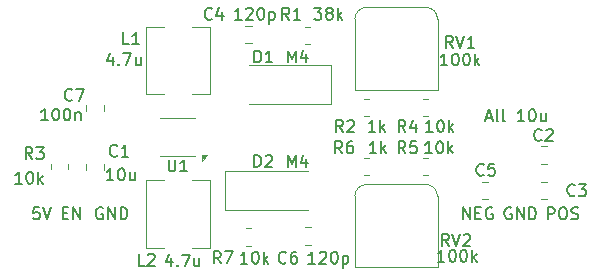
<source format=gto>
%TF.GenerationSoftware,KiCad,Pcbnew,8.0.4*%
%TF.CreationDate,2025-01-04T18:22:50+00:00*%
%TF.ProjectId,r1283_power,72313238-335f-4706-9f77-65722e6b6963,rev?*%
%TF.SameCoordinates,Original*%
%TF.FileFunction,Legend,Top*%
%TF.FilePolarity,Positive*%
%FSLAX46Y46*%
G04 Gerber Fmt 4.6, Leading zero omitted, Abs format (unit mm)*
G04 Created by KiCad (PCBNEW 8.0.4) date 2025-01-04 18:22:50*
%MOMM*%
%LPD*%
G01*
G04 APERTURE LIST*
%ADD10C,0.200000*%
%ADD11C,0.150000*%
%ADD12C,0.120000*%
%ADD13C,0.100000*%
G04 APERTURE END LIST*
D10*
X96338095Y-68452219D02*
X96338095Y-67452219D01*
X96338095Y-67452219D02*
X96719047Y-67452219D01*
X96719047Y-67452219D02*
X96814285Y-67499838D01*
X96814285Y-67499838D02*
X96861904Y-67547457D01*
X96861904Y-67547457D02*
X96909523Y-67642695D01*
X96909523Y-67642695D02*
X96909523Y-67785552D01*
X96909523Y-67785552D02*
X96861904Y-67880790D01*
X96861904Y-67880790D02*
X96814285Y-67928409D01*
X96814285Y-67928409D02*
X96719047Y-67976028D01*
X96719047Y-67976028D02*
X96338095Y-67976028D01*
X97528571Y-67452219D02*
X97719047Y-67452219D01*
X97719047Y-67452219D02*
X97814285Y-67499838D01*
X97814285Y-67499838D02*
X97909523Y-67595076D01*
X97909523Y-67595076D02*
X97957142Y-67785552D01*
X97957142Y-67785552D02*
X97957142Y-68118885D01*
X97957142Y-68118885D02*
X97909523Y-68309361D01*
X97909523Y-68309361D02*
X97814285Y-68404600D01*
X97814285Y-68404600D02*
X97719047Y-68452219D01*
X97719047Y-68452219D02*
X97528571Y-68452219D01*
X97528571Y-68452219D02*
X97433333Y-68404600D01*
X97433333Y-68404600D02*
X97338095Y-68309361D01*
X97338095Y-68309361D02*
X97290476Y-68118885D01*
X97290476Y-68118885D02*
X97290476Y-67785552D01*
X97290476Y-67785552D02*
X97338095Y-67595076D01*
X97338095Y-67595076D02*
X97433333Y-67499838D01*
X97433333Y-67499838D02*
X97528571Y-67452219D01*
X98338095Y-68404600D02*
X98480952Y-68452219D01*
X98480952Y-68452219D02*
X98719047Y-68452219D01*
X98719047Y-68452219D02*
X98814285Y-68404600D01*
X98814285Y-68404600D02*
X98861904Y-68356980D01*
X98861904Y-68356980D02*
X98909523Y-68261742D01*
X98909523Y-68261742D02*
X98909523Y-68166504D01*
X98909523Y-68166504D02*
X98861904Y-68071266D01*
X98861904Y-68071266D02*
X98814285Y-68023647D01*
X98814285Y-68023647D02*
X98719047Y-67976028D01*
X98719047Y-67976028D02*
X98528571Y-67928409D01*
X98528571Y-67928409D02*
X98433333Y-67880790D01*
X98433333Y-67880790D02*
X98385714Y-67833171D01*
X98385714Y-67833171D02*
X98338095Y-67737933D01*
X98338095Y-67737933D02*
X98338095Y-67642695D01*
X98338095Y-67642695D02*
X98385714Y-67547457D01*
X98385714Y-67547457D02*
X98433333Y-67499838D01*
X98433333Y-67499838D02*
X98528571Y-67452219D01*
X98528571Y-67452219D02*
X98766666Y-67452219D01*
X98766666Y-67452219D02*
X98909523Y-67499838D01*
X58638095Y-67499838D02*
X58542857Y-67452219D01*
X58542857Y-67452219D02*
X58400000Y-67452219D01*
X58400000Y-67452219D02*
X58257143Y-67499838D01*
X58257143Y-67499838D02*
X58161905Y-67595076D01*
X58161905Y-67595076D02*
X58114286Y-67690314D01*
X58114286Y-67690314D02*
X58066667Y-67880790D01*
X58066667Y-67880790D02*
X58066667Y-68023647D01*
X58066667Y-68023647D02*
X58114286Y-68214123D01*
X58114286Y-68214123D02*
X58161905Y-68309361D01*
X58161905Y-68309361D02*
X58257143Y-68404600D01*
X58257143Y-68404600D02*
X58400000Y-68452219D01*
X58400000Y-68452219D02*
X58495238Y-68452219D01*
X58495238Y-68452219D02*
X58638095Y-68404600D01*
X58638095Y-68404600D02*
X58685714Y-68356980D01*
X58685714Y-68356980D02*
X58685714Y-68023647D01*
X58685714Y-68023647D02*
X58495238Y-68023647D01*
X59114286Y-68452219D02*
X59114286Y-67452219D01*
X59114286Y-67452219D02*
X59685714Y-68452219D01*
X59685714Y-68452219D02*
X59685714Y-67452219D01*
X60161905Y-68452219D02*
X60161905Y-67452219D01*
X60161905Y-67452219D02*
X60400000Y-67452219D01*
X60400000Y-67452219D02*
X60542857Y-67499838D01*
X60542857Y-67499838D02*
X60638095Y-67595076D01*
X60638095Y-67595076D02*
X60685714Y-67690314D01*
X60685714Y-67690314D02*
X60733333Y-67880790D01*
X60733333Y-67880790D02*
X60733333Y-68023647D01*
X60733333Y-68023647D02*
X60685714Y-68214123D01*
X60685714Y-68214123D02*
X60638095Y-68309361D01*
X60638095Y-68309361D02*
X60542857Y-68404600D01*
X60542857Y-68404600D02*
X60400000Y-68452219D01*
X60400000Y-68452219D02*
X60161905Y-68452219D01*
X93238095Y-67499838D02*
X93142857Y-67452219D01*
X93142857Y-67452219D02*
X93000000Y-67452219D01*
X93000000Y-67452219D02*
X92857143Y-67499838D01*
X92857143Y-67499838D02*
X92761905Y-67595076D01*
X92761905Y-67595076D02*
X92714286Y-67690314D01*
X92714286Y-67690314D02*
X92666667Y-67880790D01*
X92666667Y-67880790D02*
X92666667Y-68023647D01*
X92666667Y-68023647D02*
X92714286Y-68214123D01*
X92714286Y-68214123D02*
X92761905Y-68309361D01*
X92761905Y-68309361D02*
X92857143Y-68404600D01*
X92857143Y-68404600D02*
X93000000Y-68452219D01*
X93000000Y-68452219D02*
X93095238Y-68452219D01*
X93095238Y-68452219D02*
X93238095Y-68404600D01*
X93238095Y-68404600D02*
X93285714Y-68356980D01*
X93285714Y-68356980D02*
X93285714Y-68023647D01*
X93285714Y-68023647D02*
X93095238Y-68023647D01*
X93714286Y-68452219D02*
X93714286Y-67452219D01*
X93714286Y-67452219D02*
X94285714Y-68452219D01*
X94285714Y-68452219D02*
X94285714Y-67452219D01*
X94761905Y-68452219D02*
X94761905Y-67452219D01*
X94761905Y-67452219D02*
X95000000Y-67452219D01*
X95000000Y-67452219D02*
X95142857Y-67499838D01*
X95142857Y-67499838D02*
X95238095Y-67595076D01*
X95238095Y-67595076D02*
X95285714Y-67690314D01*
X95285714Y-67690314D02*
X95333333Y-67880790D01*
X95333333Y-67880790D02*
X95333333Y-68023647D01*
X95333333Y-68023647D02*
X95285714Y-68214123D01*
X95285714Y-68214123D02*
X95238095Y-68309361D01*
X95238095Y-68309361D02*
X95142857Y-68404600D01*
X95142857Y-68404600D02*
X95000000Y-68452219D01*
X95000000Y-68452219D02*
X94761905Y-68452219D01*
D11*
X91109160Y-59854104D02*
X91585350Y-59854104D01*
X91013922Y-60139819D02*
X91347255Y-59139819D01*
X91347255Y-59139819D02*
X91680588Y-60139819D01*
X92156779Y-60139819D02*
X92061541Y-60092200D01*
X92061541Y-60092200D02*
X92013922Y-59996961D01*
X92013922Y-59996961D02*
X92013922Y-59139819D01*
X92680589Y-60139819D02*
X92585351Y-60092200D01*
X92585351Y-60092200D02*
X92537732Y-59996961D01*
X92537732Y-59996961D02*
X92537732Y-59139819D01*
X94347256Y-60139819D02*
X93775828Y-60139819D01*
X94061542Y-60139819D02*
X94061542Y-59139819D01*
X94061542Y-59139819D02*
X93966304Y-59282676D01*
X93966304Y-59282676D02*
X93871066Y-59377914D01*
X93871066Y-59377914D02*
X93775828Y-59425533D01*
X94966304Y-59139819D02*
X95061542Y-59139819D01*
X95061542Y-59139819D02*
X95156780Y-59187438D01*
X95156780Y-59187438D02*
X95204399Y-59235057D01*
X95204399Y-59235057D02*
X95252018Y-59330295D01*
X95252018Y-59330295D02*
X95299637Y-59520771D01*
X95299637Y-59520771D02*
X95299637Y-59758866D01*
X95299637Y-59758866D02*
X95252018Y-59949342D01*
X95252018Y-59949342D02*
X95204399Y-60044580D01*
X95204399Y-60044580D02*
X95156780Y-60092200D01*
X95156780Y-60092200D02*
X95061542Y-60139819D01*
X95061542Y-60139819D02*
X94966304Y-60139819D01*
X94966304Y-60139819D02*
X94871066Y-60092200D01*
X94871066Y-60092200D02*
X94823447Y-60044580D01*
X94823447Y-60044580D02*
X94775828Y-59949342D01*
X94775828Y-59949342D02*
X94728209Y-59758866D01*
X94728209Y-59758866D02*
X94728209Y-59520771D01*
X94728209Y-59520771D02*
X94775828Y-59330295D01*
X94775828Y-59330295D02*
X94823447Y-59235057D01*
X94823447Y-59235057D02*
X94871066Y-59187438D01*
X94871066Y-59187438D02*
X94966304Y-59139819D01*
X96156780Y-59473152D02*
X96156780Y-60139819D01*
X95728209Y-59473152D02*
X95728209Y-59996961D01*
X95728209Y-59996961D02*
X95775828Y-60092200D01*
X95775828Y-60092200D02*
X95871066Y-60139819D01*
X95871066Y-60139819D02*
X96013923Y-60139819D01*
X96013923Y-60139819D02*
X96109161Y-60092200D01*
X96109161Y-60092200D02*
X96156780Y-60044580D01*
D10*
X53269523Y-67452219D02*
X52793333Y-67452219D01*
X52793333Y-67452219D02*
X52745714Y-67928409D01*
X52745714Y-67928409D02*
X52793333Y-67880790D01*
X52793333Y-67880790D02*
X52888571Y-67833171D01*
X52888571Y-67833171D02*
X53126666Y-67833171D01*
X53126666Y-67833171D02*
X53221904Y-67880790D01*
X53221904Y-67880790D02*
X53269523Y-67928409D01*
X53269523Y-67928409D02*
X53317142Y-68023647D01*
X53317142Y-68023647D02*
X53317142Y-68261742D01*
X53317142Y-68261742D02*
X53269523Y-68356980D01*
X53269523Y-68356980D02*
X53221904Y-68404600D01*
X53221904Y-68404600D02*
X53126666Y-68452219D01*
X53126666Y-68452219D02*
X52888571Y-68452219D01*
X52888571Y-68452219D02*
X52793333Y-68404600D01*
X52793333Y-68404600D02*
X52745714Y-68356980D01*
X53602857Y-67452219D02*
X53936190Y-68452219D01*
X53936190Y-68452219D02*
X54269523Y-67452219D01*
X55261905Y-67928409D02*
X55595238Y-67928409D01*
X55738095Y-68452219D02*
X55261905Y-68452219D01*
X55261905Y-68452219D02*
X55261905Y-67452219D01*
X55261905Y-67452219D02*
X55738095Y-67452219D01*
X56166667Y-68452219D02*
X56166667Y-67452219D01*
X56166667Y-67452219D02*
X56738095Y-68452219D01*
X56738095Y-68452219D02*
X56738095Y-67452219D01*
X89161905Y-68452219D02*
X89161905Y-67452219D01*
X89161905Y-67452219D02*
X89733333Y-68452219D01*
X89733333Y-68452219D02*
X89733333Y-67452219D01*
X90209524Y-67928409D02*
X90542857Y-67928409D01*
X90685714Y-68452219D02*
X90209524Y-68452219D01*
X90209524Y-68452219D02*
X90209524Y-67452219D01*
X90209524Y-67452219D02*
X90685714Y-67452219D01*
X91638095Y-67499838D02*
X91542857Y-67452219D01*
X91542857Y-67452219D02*
X91400000Y-67452219D01*
X91400000Y-67452219D02*
X91257143Y-67499838D01*
X91257143Y-67499838D02*
X91161905Y-67595076D01*
X91161905Y-67595076D02*
X91114286Y-67690314D01*
X91114286Y-67690314D02*
X91066667Y-67880790D01*
X91066667Y-67880790D02*
X91066667Y-68023647D01*
X91066667Y-68023647D02*
X91114286Y-68214123D01*
X91114286Y-68214123D02*
X91161905Y-68309361D01*
X91161905Y-68309361D02*
X91257143Y-68404600D01*
X91257143Y-68404600D02*
X91400000Y-68452219D01*
X91400000Y-68452219D02*
X91495238Y-68452219D01*
X91495238Y-68452219D02*
X91638095Y-68404600D01*
X91638095Y-68404600D02*
X91685714Y-68356980D01*
X91685714Y-68356980D02*
X91685714Y-68023647D01*
X91685714Y-68023647D02*
X91495238Y-68023647D01*
D11*
X64238095Y-63404819D02*
X64238095Y-64214342D01*
X64238095Y-64214342D02*
X64285714Y-64309580D01*
X64285714Y-64309580D02*
X64333333Y-64357200D01*
X64333333Y-64357200D02*
X64428571Y-64404819D01*
X64428571Y-64404819D02*
X64619047Y-64404819D01*
X64619047Y-64404819D02*
X64714285Y-64357200D01*
X64714285Y-64357200D02*
X64761904Y-64309580D01*
X64761904Y-64309580D02*
X64809523Y-64214342D01*
X64809523Y-64214342D02*
X64809523Y-63404819D01*
X65809523Y-64404819D02*
X65238095Y-64404819D01*
X65523809Y-64404819D02*
X65523809Y-63404819D01*
X65523809Y-63404819D02*
X65428571Y-63547676D01*
X65428571Y-63547676D02*
X65333333Y-63642914D01*
X65333333Y-63642914D02*
X65238095Y-63690533D01*
X71501905Y-55164819D02*
X71501905Y-54164819D01*
X71501905Y-54164819D02*
X71740000Y-54164819D01*
X71740000Y-54164819D02*
X71882857Y-54212438D01*
X71882857Y-54212438D02*
X71978095Y-54307676D01*
X71978095Y-54307676D02*
X72025714Y-54402914D01*
X72025714Y-54402914D02*
X72073333Y-54593390D01*
X72073333Y-54593390D02*
X72073333Y-54736247D01*
X72073333Y-54736247D02*
X72025714Y-54926723D01*
X72025714Y-54926723D02*
X71978095Y-55021961D01*
X71978095Y-55021961D02*
X71882857Y-55117200D01*
X71882857Y-55117200D02*
X71740000Y-55164819D01*
X71740000Y-55164819D02*
X71501905Y-55164819D01*
X73025714Y-55164819D02*
X72454286Y-55164819D01*
X72740000Y-55164819D02*
X72740000Y-54164819D01*
X72740000Y-54164819D02*
X72644762Y-54307676D01*
X72644762Y-54307676D02*
X72549524Y-54402914D01*
X72549524Y-54402914D02*
X72454286Y-54450533D01*
X74310476Y-55164819D02*
X74310476Y-54164819D01*
X74310476Y-54164819D02*
X74643809Y-54879104D01*
X74643809Y-54879104D02*
X74977142Y-54164819D01*
X74977142Y-54164819D02*
X74977142Y-55164819D01*
X75881904Y-54498152D02*
X75881904Y-55164819D01*
X75643809Y-54117200D02*
X75405714Y-54831485D01*
X75405714Y-54831485D02*
X76024761Y-54831485D01*
X84283333Y-62854819D02*
X83950000Y-62378628D01*
X83711905Y-62854819D02*
X83711905Y-61854819D01*
X83711905Y-61854819D02*
X84092857Y-61854819D01*
X84092857Y-61854819D02*
X84188095Y-61902438D01*
X84188095Y-61902438D02*
X84235714Y-61950057D01*
X84235714Y-61950057D02*
X84283333Y-62045295D01*
X84283333Y-62045295D02*
X84283333Y-62188152D01*
X84283333Y-62188152D02*
X84235714Y-62283390D01*
X84235714Y-62283390D02*
X84188095Y-62331009D01*
X84188095Y-62331009D02*
X84092857Y-62378628D01*
X84092857Y-62378628D02*
X83711905Y-62378628D01*
X85188095Y-61854819D02*
X84711905Y-61854819D01*
X84711905Y-61854819D02*
X84664286Y-62331009D01*
X84664286Y-62331009D02*
X84711905Y-62283390D01*
X84711905Y-62283390D02*
X84807143Y-62235771D01*
X84807143Y-62235771D02*
X85045238Y-62235771D01*
X85045238Y-62235771D02*
X85140476Y-62283390D01*
X85140476Y-62283390D02*
X85188095Y-62331009D01*
X85188095Y-62331009D02*
X85235714Y-62426247D01*
X85235714Y-62426247D02*
X85235714Y-62664342D01*
X85235714Y-62664342D02*
X85188095Y-62759580D01*
X85188095Y-62759580D02*
X85140476Y-62807200D01*
X85140476Y-62807200D02*
X85045238Y-62854819D01*
X85045238Y-62854819D02*
X84807143Y-62854819D01*
X84807143Y-62854819D02*
X84711905Y-62807200D01*
X84711905Y-62807200D02*
X84664286Y-62759580D01*
X86524761Y-62854819D02*
X85953333Y-62854819D01*
X86239047Y-62854819D02*
X86239047Y-61854819D01*
X86239047Y-61854819D02*
X86143809Y-61997676D01*
X86143809Y-61997676D02*
X86048571Y-62092914D01*
X86048571Y-62092914D02*
X85953333Y-62140533D01*
X87143809Y-61854819D02*
X87239047Y-61854819D01*
X87239047Y-61854819D02*
X87334285Y-61902438D01*
X87334285Y-61902438D02*
X87381904Y-61950057D01*
X87381904Y-61950057D02*
X87429523Y-62045295D01*
X87429523Y-62045295D02*
X87477142Y-62235771D01*
X87477142Y-62235771D02*
X87477142Y-62473866D01*
X87477142Y-62473866D02*
X87429523Y-62664342D01*
X87429523Y-62664342D02*
X87381904Y-62759580D01*
X87381904Y-62759580D02*
X87334285Y-62807200D01*
X87334285Y-62807200D02*
X87239047Y-62854819D01*
X87239047Y-62854819D02*
X87143809Y-62854819D01*
X87143809Y-62854819D02*
X87048571Y-62807200D01*
X87048571Y-62807200D02*
X87000952Y-62759580D01*
X87000952Y-62759580D02*
X86953333Y-62664342D01*
X86953333Y-62664342D02*
X86905714Y-62473866D01*
X86905714Y-62473866D02*
X86905714Y-62235771D01*
X86905714Y-62235771D02*
X86953333Y-62045295D01*
X86953333Y-62045295D02*
X87000952Y-61950057D01*
X87000952Y-61950057D02*
X87048571Y-61902438D01*
X87048571Y-61902438D02*
X87143809Y-61854819D01*
X87905714Y-62854819D02*
X87905714Y-61854819D01*
X88000952Y-62473866D02*
X88286666Y-62854819D01*
X88286666Y-62188152D02*
X87905714Y-62569104D01*
X88314761Y-53924819D02*
X87981428Y-53448628D01*
X87743333Y-53924819D02*
X87743333Y-52924819D01*
X87743333Y-52924819D02*
X88124285Y-52924819D01*
X88124285Y-52924819D02*
X88219523Y-52972438D01*
X88219523Y-52972438D02*
X88267142Y-53020057D01*
X88267142Y-53020057D02*
X88314761Y-53115295D01*
X88314761Y-53115295D02*
X88314761Y-53258152D01*
X88314761Y-53258152D02*
X88267142Y-53353390D01*
X88267142Y-53353390D02*
X88219523Y-53401009D01*
X88219523Y-53401009D02*
X88124285Y-53448628D01*
X88124285Y-53448628D02*
X87743333Y-53448628D01*
X88600476Y-52924819D02*
X88933809Y-53924819D01*
X88933809Y-53924819D02*
X89267142Y-52924819D01*
X90124285Y-53924819D02*
X89552857Y-53924819D01*
X89838571Y-53924819D02*
X89838571Y-52924819D01*
X89838571Y-52924819D02*
X89743333Y-53067676D01*
X89743333Y-53067676D02*
X89648095Y-53162914D01*
X89648095Y-53162914D02*
X89552857Y-53210533D01*
X87838571Y-55424819D02*
X87267143Y-55424819D01*
X87552857Y-55424819D02*
X87552857Y-54424819D01*
X87552857Y-54424819D02*
X87457619Y-54567676D01*
X87457619Y-54567676D02*
X87362381Y-54662914D01*
X87362381Y-54662914D02*
X87267143Y-54710533D01*
X88457619Y-54424819D02*
X88552857Y-54424819D01*
X88552857Y-54424819D02*
X88648095Y-54472438D01*
X88648095Y-54472438D02*
X88695714Y-54520057D01*
X88695714Y-54520057D02*
X88743333Y-54615295D01*
X88743333Y-54615295D02*
X88790952Y-54805771D01*
X88790952Y-54805771D02*
X88790952Y-55043866D01*
X88790952Y-55043866D02*
X88743333Y-55234342D01*
X88743333Y-55234342D02*
X88695714Y-55329580D01*
X88695714Y-55329580D02*
X88648095Y-55377200D01*
X88648095Y-55377200D02*
X88552857Y-55424819D01*
X88552857Y-55424819D02*
X88457619Y-55424819D01*
X88457619Y-55424819D02*
X88362381Y-55377200D01*
X88362381Y-55377200D02*
X88314762Y-55329580D01*
X88314762Y-55329580D02*
X88267143Y-55234342D01*
X88267143Y-55234342D02*
X88219524Y-55043866D01*
X88219524Y-55043866D02*
X88219524Y-54805771D01*
X88219524Y-54805771D02*
X88267143Y-54615295D01*
X88267143Y-54615295D02*
X88314762Y-54520057D01*
X88314762Y-54520057D02*
X88362381Y-54472438D01*
X88362381Y-54472438D02*
X88457619Y-54424819D01*
X89410000Y-54424819D02*
X89505238Y-54424819D01*
X89505238Y-54424819D02*
X89600476Y-54472438D01*
X89600476Y-54472438D02*
X89648095Y-54520057D01*
X89648095Y-54520057D02*
X89695714Y-54615295D01*
X89695714Y-54615295D02*
X89743333Y-54805771D01*
X89743333Y-54805771D02*
X89743333Y-55043866D01*
X89743333Y-55043866D02*
X89695714Y-55234342D01*
X89695714Y-55234342D02*
X89648095Y-55329580D01*
X89648095Y-55329580D02*
X89600476Y-55377200D01*
X89600476Y-55377200D02*
X89505238Y-55424819D01*
X89505238Y-55424819D02*
X89410000Y-55424819D01*
X89410000Y-55424819D02*
X89314762Y-55377200D01*
X89314762Y-55377200D02*
X89267143Y-55329580D01*
X89267143Y-55329580D02*
X89219524Y-55234342D01*
X89219524Y-55234342D02*
X89171905Y-55043866D01*
X89171905Y-55043866D02*
X89171905Y-54805771D01*
X89171905Y-54805771D02*
X89219524Y-54615295D01*
X89219524Y-54615295D02*
X89267143Y-54520057D01*
X89267143Y-54520057D02*
X89314762Y-54472438D01*
X89314762Y-54472438D02*
X89410000Y-54424819D01*
X90171905Y-55424819D02*
X90171905Y-54424819D01*
X90267143Y-55043866D02*
X90552857Y-55424819D01*
X90552857Y-54758152D02*
X90171905Y-55139104D01*
X59873333Y-63049580D02*
X59825714Y-63097200D01*
X59825714Y-63097200D02*
X59682857Y-63144819D01*
X59682857Y-63144819D02*
X59587619Y-63144819D01*
X59587619Y-63144819D02*
X59444762Y-63097200D01*
X59444762Y-63097200D02*
X59349524Y-63001961D01*
X59349524Y-63001961D02*
X59301905Y-62906723D01*
X59301905Y-62906723D02*
X59254286Y-62716247D01*
X59254286Y-62716247D02*
X59254286Y-62573390D01*
X59254286Y-62573390D02*
X59301905Y-62382914D01*
X59301905Y-62382914D02*
X59349524Y-62287676D01*
X59349524Y-62287676D02*
X59444762Y-62192438D01*
X59444762Y-62192438D02*
X59587619Y-62144819D01*
X59587619Y-62144819D02*
X59682857Y-62144819D01*
X59682857Y-62144819D02*
X59825714Y-62192438D01*
X59825714Y-62192438D02*
X59873333Y-62240057D01*
X60825714Y-63144819D02*
X60254286Y-63144819D01*
X60540000Y-63144819D02*
X60540000Y-62144819D01*
X60540000Y-62144819D02*
X60444762Y-62287676D01*
X60444762Y-62287676D02*
X60349524Y-62382914D01*
X60349524Y-62382914D02*
X60254286Y-62430533D01*
X59557142Y-65144819D02*
X58985714Y-65144819D01*
X59271428Y-65144819D02*
X59271428Y-64144819D01*
X59271428Y-64144819D02*
X59176190Y-64287676D01*
X59176190Y-64287676D02*
X59080952Y-64382914D01*
X59080952Y-64382914D02*
X58985714Y-64430533D01*
X60176190Y-64144819D02*
X60271428Y-64144819D01*
X60271428Y-64144819D02*
X60366666Y-64192438D01*
X60366666Y-64192438D02*
X60414285Y-64240057D01*
X60414285Y-64240057D02*
X60461904Y-64335295D01*
X60461904Y-64335295D02*
X60509523Y-64525771D01*
X60509523Y-64525771D02*
X60509523Y-64763866D01*
X60509523Y-64763866D02*
X60461904Y-64954342D01*
X60461904Y-64954342D02*
X60414285Y-65049580D01*
X60414285Y-65049580D02*
X60366666Y-65097200D01*
X60366666Y-65097200D02*
X60271428Y-65144819D01*
X60271428Y-65144819D02*
X60176190Y-65144819D01*
X60176190Y-65144819D02*
X60080952Y-65097200D01*
X60080952Y-65097200D02*
X60033333Y-65049580D01*
X60033333Y-65049580D02*
X59985714Y-64954342D01*
X59985714Y-64954342D02*
X59938095Y-64763866D01*
X59938095Y-64763866D02*
X59938095Y-64525771D01*
X59938095Y-64525771D02*
X59985714Y-64335295D01*
X59985714Y-64335295D02*
X60033333Y-64240057D01*
X60033333Y-64240057D02*
X60080952Y-64192438D01*
X60080952Y-64192438D02*
X60176190Y-64144819D01*
X61366666Y-64478152D02*
X61366666Y-65144819D01*
X60938095Y-64478152D02*
X60938095Y-65001961D01*
X60938095Y-65001961D02*
X60985714Y-65097200D01*
X60985714Y-65097200D02*
X61080952Y-65144819D01*
X61080952Y-65144819D02*
X61223809Y-65144819D01*
X61223809Y-65144819D02*
X61319047Y-65097200D01*
X61319047Y-65097200D02*
X61366666Y-65049580D01*
X74433333Y-51554819D02*
X74100000Y-51078628D01*
X73861905Y-51554819D02*
X73861905Y-50554819D01*
X73861905Y-50554819D02*
X74242857Y-50554819D01*
X74242857Y-50554819D02*
X74338095Y-50602438D01*
X74338095Y-50602438D02*
X74385714Y-50650057D01*
X74385714Y-50650057D02*
X74433333Y-50745295D01*
X74433333Y-50745295D02*
X74433333Y-50888152D01*
X74433333Y-50888152D02*
X74385714Y-50983390D01*
X74385714Y-50983390D02*
X74338095Y-51031009D01*
X74338095Y-51031009D02*
X74242857Y-51078628D01*
X74242857Y-51078628D02*
X73861905Y-51078628D01*
X75385714Y-51554819D02*
X74814286Y-51554819D01*
X75100000Y-51554819D02*
X75100000Y-50554819D01*
X75100000Y-50554819D02*
X75004762Y-50697676D01*
X75004762Y-50697676D02*
X74909524Y-50792914D01*
X74909524Y-50792914D02*
X74814286Y-50840533D01*
X76555714Y-50554819D02*
X77174761Y-50554819D01*
X77174761Y-50554819D02*
X76841428Y-50935771D01*
X76841428Y-50935771D02*
X76984285Y-50935771D01*
X76984285Y-50935771D02*
X77079523Y-50983390D01*
X77079523Y-50983390D02*
X77127142Y-51031009D01*
X77127142Y-51031009D02*
X77174761Y-51126247D01*
X77174761Y-51126247D02*
X77174761Y-51364342D01*
X77174761Y-51364342D02*
X77127142Y-51459580D01*
X77127142Y-51459580D02*
X77079523Y-51507200D01*
X77079523Y-51507200D02*
X76984285Y-51554819D01*
X76984285Y-51554819D02*
X76698571Y-51554819D01*
X76698571Y-51554819D02*
X76603333Y-51507200D01*
X76603333Y-51507200D02*
X76555714Y-51459580D01*
X77746190Y-50983390D02*
X77650952Y-50935771D01*
X77650952Y-50935771D02*
X77603333Y-50888152D01*
X77603333Y-50888152D02*
X77555714Y-50792914D01*
X77555714Y-50792914D02*
X77555714Y-50745295D01*
X77555714Y-50745295D02*
X77603333Y-50650057D01*
X77603333Y-50650057D02*
X77650952Y-50602438D01*
X77650952Y-50602438D02*
X77746190Y-50554819D01*
X77746190Y-50554819D02*
X77936666Y-50554819D01*
X77936666Y-50554819D02*
X78031904Y-50602438D01*
X78031904Y-50602438D02*
X78079523Y-50650057D01*
X78079523Y-50650057D02*
X78127142Y-50745295D01*
X78127142Y-50745295D02*
X78127142Y-50792914D01*
X78127142Y-50792914D02*
X78079523Y-50888152D01*
X78079523Y-50888152D02*
X78031904Y-50935771D01*
X78031904Y-50935771D02*
X77936666Y-50983390D01*
X77936666Y-50983390D02*
X77746190Y-50983390D01*
X77746190Y-50983390D02*
X77650952Y-51031009D01*
X77650952Y-51031009D02*
X77603333Y-51078628D01*
X77603333Y-51078628D02*
X77555714Y-51173866D01*
X77555714Y-51173866D02*
X77555714Y-51364342D01*
X77555714Y-51364342D02*
X77603333Y-51459580D01*
X77603333Y-51459580D02*
X77650952Y-51507200D01*
X77650952Y-51507200D02*
X77746190Y-51554819D01*
X77746190Y-51554819D02*
X77936666Y-51554819D01*
X77936666Y-51554819D02*
X78031904Y-51507200D01*
X78031904Y-51507200D02*
X78079523Y-51459580D01*
X78079523Y-51459580D02*
X78127142Y-51364342D01*
X78127142Y-51364342D02*
X78127142Y-51173866D01*
X78127142Y-51173866D02*
X78079523Y-51078628D01*
X78079523Y-51078628D02*
X78031904Y-51031009D01*
X78031904Y-51031009D02*
X77936666Y-50983390D01*
X78555714Y-51554819D02*
X78555714Y-50554819D01*
X78650952Y-51173866D02*
X78936666Y-51554819D01*
X78936666Y-50888152D02*
X78555714Y-51269104D01*
X71501905Y-64014819D02*
X71501905Y-63014819D01*
X71501905Y-63014819D02*
X71740000Y-63014819D01*
X71740000Y-63014819D02*
X71882857Y-63062438D01*
X71882857Y-63062438D02*
X71978095Y-63157676D01*
X71978095Y-63157676D02*
X72025714Y-63252914D01*
X72025714Y-63252914D02*
X72073333Y-63443390D01*
X72073333Y-63443390D02*
X72073333Y-63586247D01*
X72073333Y-63586247D02*
X72025714Y-63776723D01*
X72025714Y-63776723D02*
X71978095Y-63871961D01*
X71978095Y-63871961D02*
X71882857Y-63967200D01*
X71882857Y-63967200D02*
X71740000Y-64014819D01*
X71740000Y-64014819D02*
X71501905Y-64014819D01*
X72454286Y-63110057D02*
X72501905Y-63062438D01*
X72501905Y-63062438D02*
X72597143Y-63014819D01*
X72597143Y-63014819D02*
X72835238Y-63014819D01*
X72835238Y-63014819D02*
X72930476Y-63062438D01*
X72930476Y-63062438D02*
X72978095Y-63110057D01*
X72978095Y-63110057D02*
X73025714Y-63205295D01*
X73025714Y-63205295D02*
X73025714Y-63300533D01*
X73025714Y-63300533D02*
X72978095Y-63443390D01*
X72978095Y-63443390D02*
X72406667Y-64014819D01*
X72406667Y-64014819D02*
X73025714Y-64014819D01*
X74310476Y-64034819D02*
X74310476Y-63034819D01*
X74310476Y-63034819D02*
X74643809Y-63749104D01*
X74643809Y-63749104D02*
X74977142Y-63034819D01*
X74977142Y-63034819D02*
X74977142Y-64034819D01*
X75881904Y-63368152D02*
X75881904Y-64034819D01*
X75643809Y-62987200D02*
X75405714Y-63701485D01*
X75405714Y-63701485D02*
X76024761Y-63701485D01*
X52693333Y-63354819D02*
X52360000Y-62878628D01*
X52121905Y-63354819D02*
X52121905Y-62354819D01*
X52121905Y-62354819D02*
X52502857Y-62354819D01*
X52502857Y-62354819D02*
X52598095Y-62402438D01*
X52598095Y-62402438D02*
X52645714Y-62450057D01*
X52645714Y-62450057D02*
X52693333Y-62545295D01*
X52693333Y-62545295D02*
X52693333Y-62688152D01*
X52693333Y-62688152D02*
X52645714Y-62783390D01*
X52645714Y-62783390D02*
X52598095Y-62831009D01*
X52598095Y-62831009D02*
X52502857Y-62878628D01*
X52502857Y-62878628D02*
X52121905Y-62878628D01*
X53026667Y-62354819D02*
X53645714Y-62354819D01*
X53645714Y-62354819D02*
X53312381Y-62735771D01*
X53312381Y-62735771D02*
X53455238Y-62735771D01*
X53455238Y-62735771D02*
X53550476Y-62783390D01*
X53550476Y-62783390D02*
X53598095Y-62831009D01*
X53598095Y-62831009D02*
X53645714Y-62926247D01*
X53645714Y-62926247D02*
X53645714Y-63164342D01*
X53645714Y-63164342D02*
X53598095Y-63259580D01*
X53598095Y-63259580D02*
X53550476Y-63307200D01*
X53550476Y-63307200D02*
X53455238Y-63354819D01*
X53455238Y-63354819D02*
X53169524Y-63354819D01*
X53169524Y-63354819D02*
X53074286Y-63307200D01*
X53074286Y-63307200D02*
X53026667Y-63259580D01*
X51814761Y-65434819D02*
X51243333Y-65434819D01*
X51529047Y-65434819D02*
X51529047Y-64434819D01*
X51529047Y-64434819D02*
X51433809Y-64577676D01*
X51433809Y-64577676D02*
X51338571Y-64672914D01*
X51338571Y-64672914D02*
X51243333Y-64720533D01*
X52433809Y-64434819D02*
X52529047Y-64434819D01*
X52529047Y-64434819D02*
X52624285Y-64482438D01*
X52624285Y-64482438D02*
X52671904Y-64530057D01*
X52671904Y-64530057D02*
X52719523Y-64625295D01*
X52719523Y-64625295D02*
X52767142Y-64815771D01*
X52767142Y-64815771D02*
X52767142Y-65053866D01*
X52767142Y-65053866D02*
X52719523Y-65244342D01*
X52719523Y-65244342D02*
X52671904Y-65339580D01*
X52671904Y-65339580D02*
X52624285Y-65387200D01*
X52624285Y-65387200D02*
X52529047Y-65434819D01*
X52529047Y-65434819D02*
X52433809Y-65434819D01*
X52433809Y-65434819D02*
X52338571Y-65387200D01*
X52338571Y-65387200D02*
X52290952Y-65339580D01*
X52290952Y-65339580D02*
X52243333Y-65244342D01*
X52243333Y-65244342D02*
X52195714Y-65053866D01*
X52195714Y-65053866D02*
X52195714Y-64815771D01*
X52195714Y-64815771D02*
X52243333Y-64625295D01*
X52243333Y-64625295D02*
X52290952Y-64530057D01*
X52290952Y-64530057D02*
X52338571Y-64482438D01*
X52338571Y-64482438D02*
X52433809Y-64434819D01*
X53195714Y-65434819D02*
X53195714Y-64434819D01*
X53290952Y-65053866D02*
X53576666Y-65434819D01*
X53576666Y-64768152D02*
X53195714Y-65149104D01*
X62193333Y-72374819D02*
X61717143Y-72374819D01*
X61717143Y-72374819D02*
X61717143Y-71374819D01*
X62479048Y-71470057D02*
X62526667Y-71422438D01*
X62526667Y-71422438D02*
X62621905Y-71374819D01*
X62621905Y-71374819D02*
X62860000Y-71374819D01*
X62860000Y-71374819D02*
X62955238Y-71422438D01*
X62955238Y-71422438D02*
X63002857Y-71470057D01*
X63002857Y-71470057D02*
X63050476Y-71565295D01*
X63050476Y-71565295D02*
X63050476Y-71660533D01*
X63050476Y-71660533D02*
X63002857Y-71803390D01*
X63002857Y-71803390D02*
X62431429Y-72374819D01*
X62431429Y-72374819D02*
X63050476Y-72374819D01*
X64463809Y-71768152D02*
X64463809Y-72434819D01*
X64225714Y-71387200D02*
X63987619Y-72101485D01*
X63987619Y-72101485D02*
X64606666Y-72101485D01*
X64987619Y-72339580D02*
X65035238Y-72387200D01*
X65035238Y-72387200D02*
X64987619Y-72434819D01*
X64987619Y-72434819D02*
X64940000Y-72387200D01*
X64940000Y-72387200D02*
X64987619Y-72339580D01*
X64987619Y-72339580D02*
X64987619Y-72434819D01*
X65368571Y-71434819D02*
X66035237Y-71434819D01*
X66035237Y-71434819D02*
X65606666Y-72434819D01*
X66844761Y-71768152D02*
X66844761Y-72434819D01*
X66416190Y-71768152D02*
X66416190Y-72291961D01*
X66416190Y-72291961D02*
X66463809Y-72387200D01*
X66463809Y-72387200D02*
X66559047Y-72434819D01*
X66559047Y-72434819D02*
X66701904Y-72434819D01*
X66701904Y-72434819D02*
X66797142Y-72387200D01*
X66797142Y-72387200D02*
X66844761Y-72339580D01*
X84283333Y-61054819D02*
X83950000Y-60578628D01*
X83711905Y-61054819D02*
X83711905Y-60054819D01*
X83711905Y-60054819D02*
X84092857Y-60054819D01*
X84092857Y-60054819D02*
X84188095Y-60102438D01*
X84188095Y-60102438D02*
X84235714Y-60150057D01*
X84235714Y-60150057D02*
X84283333Y-60245295D01*
X84283333Y-60245295D02*
X84283333Y-60388152D01*
X84283333Y-60388152D02*
X84235714Y-60483390D01*
X84235714Y-60483390D02*
X84188095Y-60531009D01*
X84188095Y-60531009D02*
X84092857Y-60578628D01*
X84092857Y-60578628D02*
X83711905Y-60578628D01*
X85140476Y-60388152D02*
X85140476Y-61054819D01*
X84902381Y-60007200D02*
X84664286Y-60721485D01*
X84664286Y-60721485D02*
X85283333Y-60721485D01*
X86574761Y-61054819D02*
X86003333Y-61054819D01*
X86289047Y-61054819D02*
X86289047Y-60054819D01*
X86289047Y-60054819D02*
X86193809Y-60197676D01*
X86193809Y-60197676D02*
X86098571Y-60292914D01*
X86098571Y-60292914D02*
X86003333Y-60340533D01*
X87193809Y-60054819D02*
X87289047Y-60054819D01*
X87289047Y-60054819D02*
X87384285Y-60102438D01*
X87384285Y-60102438D02*
X87431904Y-60150057D01*
X87431904Y-60150057D02*
X87479523Y-60245295D01*
X87479523Y-60245295D02*
X87527142Y-60435771D01*
X87527142Y-60435771D02*
X87527142Y-60673866D01*
X87527142Y-60673866D02*
X87479523Y-60864342D01*
X87479523Y-60864342D02*
X87431904Y-60959580D01*
X87431904Y-60959580D02*
X87384285Y-61007200D01*
X87384285Y-61007200D02*
X87289047Y-61054819D01*
X87289047Y-61054819D02*
X87193809Y-61054819D01*
X87193809Y-61054819D02*
X87098571Y-61007200D01*
X87098571Y-61007200D02*
X87050952Y-60959580D01*
X87050952Y-60959580D02*
X87003333Y-60864342D01*
X87003333Y-60864342D02*
X86955714Y-60673866D01*
X86955714Y-60673866D02*
X86955714Y-60435771D01*
X86955714Y-60435771D02*
X87003333Y-60245295D01*
X87003333Y-60245295D02*
X87050952Y-60150057D01*
X87050952Y-60150057D02*
X87098571Y-60102438D01*
X87098571Y-60102438D02*
X87193809Y-60054819D01*
X87955714Y-61054819D02*
X87955714Y-60054819D01*
X88050952Y-60673866D02*
X88336666Y-61054819D01*
X88336666Y-60388152D02*
X87955714Y-60769104D01*
X68643333Y-72174819D02*
X68310000Y-71698628D01*
X68071905Y-72174819D02*
X68071905Y-71174819D01*
X68071905Y-71174819D02*
X68452857Y-71174819D01*
X68452857Y-71174819D02*
X68548095Y-71222438D01*
X68548095Y-71222438D02*
X68595714Y-71270057D01*
X68595714Y-71270057D02*
X68643333Y-71365295D01*
X68643333Y-71365295D02*
X68643333Y-71508152D01*
X68643333Y-71508152D02*
X68595714Y-71603390D01*
X68595714Y-71603390D02*
X68548095Y-71651009D01*
X68548095Y-71651009D02*
X68452857Y-71698628D01*
X68452857Y-71698628D02*
X68071905Y-71698628D01*
X68976667Y-71174819D02*
X69643333Y-71174819D01*
X69643333Y-71174819D02*
X69214762Y-72174819D01*
X70904761Y-72194819D02*
X70333333Y-72194819D01*
X70619047Y-72194819D02*
X70619047Y-71194819D01*
X70619047Y-71194819D02*
X70523809Y-71337676D01*
X70523809Y-71337676D02*
X70428571Y-71432914D01*
X70428571Y-71432914D02*
X70333333Y-71480533D01*
X71523809Y-71194819D02*
X71619047Y-71194819D01*
X71619047Y-71194819D02*
X71714285Y-71242438D01*
X71714285Y-71242438D02*
X71761904Y-71290057D01*
X71761904Y-71290057D02*
X71809523Y-71385295D01*
X71809523Y-71385295D02*
X71857142Y-71575771D01*
X71857142Y-71575771D02*
X71857142Y-71813866D01*
X71857142Y-71813866D02*
X71809523Y-72004342D01*
X71809523Y-72004342D02*
X71761904Y-72099580D01*
X71761904Y-72099580D02*
X71714285Y-72147200D01*
X71714285Y-72147200D02*
X71619047Y-72194819D01*
X71619047Y-72194819D02*
X71523809Y-72194819D01*
X71523809Y-72194819D02*
X71428571Y-72147200D01*
X71428571Y-72147200D02*
X71380952Y-72099580D01*
X71380952Y-72099580D02*
X71333333Y-72004342D01*
X71333333Y-72004342D02*
X71285714Y-71813866D01*
X71285714Y-71813866D02*
X71285714Y-71575771D01*
X71285714Y-71575771D02*
X71333333Y-71385295D01*
X71333333Y-71385295D02*
X71380952Y-71290057D01*
X71380952Y-71290057D02*
X71428571Y-71242438D01*
X71428571Y-71242438D02*
X71523809Y-71194819D01*
X72285714Y-72194819D02*
X72285714Y-71194819D01*
X72380952Y-71813866D02*
X72666666Y-72194819D01*
X72666666Y-71528152D02*
X72285714Y-71909104D01*
X78923333Y-62854819D02*
X78590000Y-62378628D01*
X78351905Y-62854819D02*
X78351905Y-61854819D01*
X78351905Y-61854819D02*
X78732857Y-61854819D01*
X78732857Y-61854819D02*
X78828095Y-61902438D01*
X78828095Y-61902438D02*
X78875714Y-61950057D01*
X78875714Y-61950057D02*
X78923333Y-62045295D01*
X78923333Y-62045295D02*
X78923333Y-62188152D01*
X78923333Y-62188152D02*
X78875714Y-62283390D01*
X78875714Y-62283390D02*
X78828095Y-62331009D01*
X78828095Y-62331009D02*
X78732857Y-62378628D01*
X78732857Y-62378628D02*
X78351905Y-62378628D01*
X79780476Y-61854819D02*
X79590000Y-61854819D01*
X79590000Y-61854819D02*
X79494762Y-61902438D01*
X79494762Y-61902438D02*
X79447143Y-61950057D01*
X79447143Y-61950057D02*
X79351905Y-62092914D01*
X79351905Y-62092914D02*
X79304286Y-62283390D01*
X79304286Y-62283390D02*
X79304286Y-62664342D01*
X79304286Y-62664342D02*
X79351905Y-62759580D01*
X79351905Y-62759580D02*
X79399524Y-62807200D01*
X79399524Y-62807200D02*
X79494762Y-62854819D01*
X79494762Y-62854819D02*
X79685238Y-62854819D01*
X79685238Y-62854819D02*
X79780476Y-62807200D01*
X79780476Y-62807200D02*
X79828095Y-62759580D01*
X79828095Y-62759580D02*
X79875714Y-62664342D01*
X79875714Y-62664342D02*
X79875714Y-62426247D01*
X79875714Y-62426247D02*
X79828095Y-62331009D01*
X79828095Y-62331009D02*
X79780476Y-62283390D01*
X79780476Y-62283390D02*
X79685238Y-62235771D01*
X79685238Y-62235771D02*
X79494762Y-62235771D01*
X79494762Y-62235771D02*
X79399524Y-62283390D01*
X79399524Y-62283390D02*
X79351905Y-62331009D01*
X79351905Y-62331009D02*
X79304286Y-62426247D01*
X81820952Y-62854819D02*
X81249524Y-62854819D01*
X81535238Y-62854819D02*
X81535238Y-61854819D01*
X81535238Y-61854819D02*
X81440000Y-61997676D01*
X81440000Y-61997676D02*
X81344762Y-62092914D01*
X81344762Y-62092914D02*
X81249524Y-62140533D01*
X82249524Y-62854819D02*
X82249524Y-61854819D01*
X82344762Y-62473866D02*
X82630476Y-62854819D01*
X82630476Y-62188152D02*
X82249524Y-62569104D01*
X60883333Y-53634819D02*
X60407143Y-53634819D01*
X60407143Y-53634819D02*
X60407143Y-52634819D01*
X61740476Y-53634819D02*
X61169048Y-53634819D01*
X61454762Y-53634819D02*
X61454762Y-52634819D01*
X61454762Y-52634819D02*
X61359524Y-52777676D01*
X61359524Y-52777676D02*
X61264286Y-52872914D01*
X61264286Y-52872914D02*
X61169048Y-52920533D01*
X59483809Y-54738152D02*
X59483809Y-55404819D01*
X59245714Y-54357200D02*
X59007619Y-55071485D01*
X59007619Y-55071485D02*
X59626666Y-55071485D01*
X60007619Y-55309580D02*
X60055238Y-55357200D01*
X60055238Y-55357200D02*
X60007619Y-55404819D01*
X60007619Y-55404819D02*
X59960000Y-55357200D01*
X59960000Y-55357200D02*
X60007619Y-55309580D01*
X60007619Y-55309580D02*
X60007619Y-55404819D01*
X60388571Y-54404819D02*
X61055237Y-54404819D01*
X61055237Y-54404819D02*
X60626666Y-55404819D01*
X61864761Y-54738152D02*
X61864761Y-55404819D01*
X61436190Y-54738152D02*
X61436190Y-55261961D01*
X61436190Y-55261961D02*
X61483809Y-55357200D01*
X61483809Y-55357200D02*
X61579047Y-55404819D01*
X61579047Y-55404819D02*
X61721904Y-55404819D01*
X61721904Y-55404819D02*
X61817142Y-55357200D01*
X61817142Y-55357200D02*
X61864761Y-55309580D01*
X56043333Y-58319580D02*
X55995714Y-58367200D01*
X55995714Y-58367200D02*
X55852857Y-58414819D01*
X55852857Y-58414819D02*
X55757619Y-58414819D01*
X55757619Y-58414819D02*
X55614762Y-58367200D01*
X55614762Y-58367200D02*
X55519524Y-58271961D01*
X55519524Y-58271961D02*
X55471905Y-58176723D01*
X55471905Y-58176723D02*
X55424286Y-57986247D01*
X55424286Y-57986247D02*
X55424286Y-57843390D01*
X55424286Y-57843390D02*
X55471905Y-57652914D01*
X55471905Y-57652914D02*
X55519524Y-57557676D01*
X55519524Y-57557676D02*
X55614762Y-57462438D01*
X55614762Y-57462438D02*
X55757619Y-57414819D01*
X55757619Y-57414819D02*
X55852857Y-57414819D01*
X55852857Y-57414819D02*
X55995714Y-57462438D01*
X55995714Y-57462438D02*
X56043333Y-57510057D01*
X56376667Y-57414819D02*
X57043333Y-57414819D01*
X57043333Y-57414819D02*
X56614762Y-58414819D01*
X54010952Y-60074819D02*
X53439524Y-60074819D01*
X53725238Y-60074819D02*
X53725238Y-59074819D01*
X53725238Y-59074819D02*
X53630000Y-59217676D01*
X53630000Y-59217676D02*
X53534762Y-59312914D01*
X53534762Y-59312914D02*
X53439524Y-59360533D01*
X54630000Y-59074819D02*
X54725238Y-59074819D01*
X54725238Y-59074819D02*
X54820476Y-59122438D01*
X54820476Y-59122438D02*
X54868095Y-59170057D01*
X54868095Y-59170057D02*
X54915714Y-59265295D01*
X54915714Y-59265295D02*
X54963333Y-59455771D01*
X54963333Y-59455771D02*
X54963333Y-59693866D01*
X54963333Y-59693866D02*
X54915714Y-59884342D01*
X54915714Y-59884342D02*
X54868095Y-59979580D01*
X54868095Y-59979580D02*
X54820476Y-60027200D01*
X54820476Y-60027200D02*
X54725238Y-60074819D01*
X54725238Y-60074819D02*
X54630000Y-60074819D01*
X54630000Y-60074819D02*
X54534762Y-60027200D01*
X54534762Y-60027200D02*
X54487143Y-59979580D01*
X54487143Y-59979580D02*
X54439524Y-59884342D01*
X54439524Y-59884342D02*
X54391905Y-59693866D01*
X54391905Y-59693866D02*
X54391905Y-59455771D01*
X54391905Y-59455771D02*
X54439524Y-59265295D01*
X54439524Y-59265295D02*
X54487143Y-59170057D01*
X54487143Y-59170057D02*
X54534762Y-59122438D01*
X54534762Y-59122438D02*
X54630000Y-59074819D01*
X55582381Y-59074819D02*
X55677619Y-59074819D01*
X55677619Y-59074819D02*
X55772857Y-59122438D01*
X55772857Y-59122438D02*
X55820476Y-59170057D01*
X55820476Y-59170057D02*
X55868095Y-59265295D01*
X55868095Y-59265295D02*
X55915714Y-59455771D01*
X55915714Y-59455771D02*
X55915714Y-59693866D01*
X55915714Y-59693866D02*
X55868095Y-59884342D01*
X55868095Y-59884342D02*
X55820476Y-59979580D01*
X55820476Y-59979580D02*
X55772857Y-60027200D01*
X55772857Y-60027200D02*
X55677619Y-60074819D01*
X55677619Y-60074819D02*
X55582381Y-60074819D01*
X55582381Y-60074819D02*
X55487143Y-60027200D01*
X55487143Y-60027200D02*
X55439524Y-59979580D01*
X55439524Y-59979580D02*
X55391905Y-59884342D01*
X55391905Y-59884342D02*
X55344286Y-59693866D01*
X55344286Y-59693866D02*
X55344286Y-59455771D01*
X55344286Y-59455771D02*
X55391905Y-59265295D01*
X55391905Y-59265295D02*
X55439524Y-59170057D01*
X55439524Y-59170057D02*
X55487143Y-59122438D01*
X55487143Y-59122438D02*
X55582381Y-59074819D01*
X56344286Y-59408152D02*
X56344286Y-60074819D01*
X56344286Y-59503390D02*
X56391905Y-59455771D01*
X56391905Y-59455771D02*
X56487143Y-59408152D01*
X56487143Y-59408152D02*
X56630000Y-59408152D01*
X56630000Y-59408152D02*
X56725238Y-59455771D01*
X56725238Y-59455771D02*
X56772857Y-59551009D01*
X56772857Y-59551009D02*
X56772857Y-60074819D01*
X90913333Y-64659580D02*
X90865714Y-64707200D01*
X90865714Y-64707200D02*
X90722857Y-64754819D01*
X90722857Y-64754819D02*
X90627619Y-64754819D01*
X90627619Y-64754819D02*
X90484762Y-64707200D01*
X90484762Y-64707200D02*
X90389524Y-64611961D01*
X90389524Y-64611961D02*
X90341905Y-64516723D01*
X90341905Y-64516723D02*
X90294286Y-64326247D01*
X90294286Y-64326247D02*
X90294286Y-64183390D01*
X90294286Y-64183390D02*
X90341905Y-63992914D01*
X90341905Y-63992914D02*
X90389524Y-63897676D01*
X90389524Y-63897676D02*
X90484762Y-63802438D01*
X90484762Y-63802438D02*
X90627619Y-63754819D01*
X90627619Y-63754819D02*
X90722857Y-63754819D01*
X90722857Y-63754819D02*
X90865714Y-63802438D01*
X90865714Y-63802438D02*
X90913333Y-63850057D01*
X91818095Y-63754819D02*
X91341905Y-63754819D01*
X91341905Y-63754819D02*
X91294286Y-64231009D01*
X91294286Y-64231009D02*
X91341905Y-64183390D01*
X91341905Y-64183390D02*
X91437143Y-64135771D01*
X91437143Y-64135771D02*
X91675238Y-64135771D01*
X91675238Y-64135771D02*
X91770476Y-64183390D01*
X91770476Y-64183390D02*
X91818095Y-64231009D01*
X91818095Y-64231009D02*
X91865714Y-64326247D01*
X91865714Y-64326247D02*
X91865714Y-64564342D01*
X91865714Y-64564342D02*
X91818095Y-64659580D01*
X91818095Y-64659580D02*
X91770476Y-64707200D01*
X91770476Y-64707200D02*
X91675238Y-64754819D01*
X91675238Y-64754819D02*
X91437143Y-64754819D01*
X91437143Y-64754819D02*
X91341905Y-64707200D01*
X91341905Y-64707200D02*
X91294286Y-64659580D01*
X67893333Y-51459580D02*
X67845714Y-51507200D01*
X67845714Y-51507200D02*
X67702857Y-51554819D01*
X67702857Y-51554819D02*
X67607619Y-51554819D01*
X67607619Y-51554819D02*
X67464762Y-51507200D01*
X67464762Y-51507200D02*
X67369524Y-51411961D01*
X67369524Y-51411961D02*
X67321905Y-51316723D01*
X67321905Y-51316723D02*
X67274286Y-51126247D01*
X67274286Y-51126247D02*
X67274286Y-50983390D01*
X67274286Y-50983390D02*
X67321905Y-50792914D01*
X67321905Y-50792914D02*
X67369524Y-50697676D01*
X67369524Y-50697676D02*
X67464762Y-50602438D01*
X67464762Y-50602438D02*
X67607619Y-50554819D01*
X67607619Y-50554819D02*
X67702857Y-50554819D01*
X67702857Y-50554819D02*
X67845714Y-50602438D01*
X67845714Y-50602438D02*
X67893333Y-50650057D01*
X68750476Y-50888152D02*
X68750476Y-51554819D01*
X68512381Y-50507200D02*
X68274286Y-51221485D01*
X68274286Y-51221485D02*
X68893333Y-51221485D01*
X70420952Y-51554819D02*
X69849524Y-51554819D01*
X70135238Y-51554819D02*
X70135238Y-50554819D01*
X70135238Y-50554819D02*
X70040000Y-50697676D01*
X70040000Y-50697676D02*
X69944762Y-50792914D01*
X69944762Y-50792914D02*
X69849524Y-50840533D01*
X70801905Y-50650057D02*
X70849524Y-50602438D01*
X70849524Y-50602438D02*
X70944762Y-50554819D01*
X70944762Y-50554819D02*
X71182857Y-50554819D01*
X71182857Y-50554819D02*
X71278095Y-50602438D01*
X71278095Y-50602438D02*
X71325714Y-50650057D01*
X71325714Y-50650057D02*
X71373333Y-50745295D01*
X71373333Y-50745295D02*
X71373333Y-50840533D01*
X71373333Y-50840533D02*
X71325714Y-50983390D01*
X71325714Y-50983390D02*
X70754286Y-51554819D01*
X70754286Y-51554819D02*
X71373333Y-51554819D01*
X71992381Y-50554819D02*
X72087619Y-50554819D01*
X72087619Y-50554819D02*
X72182857Y-50602438D01*
X72182857Y-50602438D02*
X72230476Y-50650057D01*
X72230476Y-50650057D02*
X72278095Y-50745295D01*
X72278095Y-50745295D02*
X72325714Y-50935771D01*
X72325714Y-50935771D02*
X72325714Y-51173866D01*
X72325714Y-51173866D02*
X72278095Y-51364342D01*
X72278095Y-51364342D02*
X72230476Y-51459580D01*
X72230476Y-51459580D02*
X72182857Y-51507200D01*
X72182857Y-51507200D02*
X72087619Y-51554819D01*
X72087619Y-51554819D02*
X71992381Y-51554819D01*
X71992381Y-51554819D02*
X71897143Y-51507200D01*
X71897143Y-51507200D02*
X71849524Y-51459580D01*
X71849524Y-51459580D02*
X71801905Y-51364342D01*
X71801905Y-51364342D02*
X71754286Y-51173866D01*
X71754286Y-51173866D02*
X71754286Y-50935771D01*
X71754286Y-50935771D02*
X71801905Y-50745295D01*
X71801905Y-50745295D02*
X71849524Y-50650057D01*
X71849524Y-50650057D02*
X71897143Y-50602438D01*
X71897143Y-50602438D02*
X71992381Y-50554819D01*
X72754286Y-50888152D02*
X72754286Y-51888152D01*
X72754286Y-50935771D02*
X72849524Y-50888152D01*
X72849524Y-50888152D02*
X73040000Y-50888152D01*
X73040000Y-50888152D02*
X73135238Y-50935771D01*
X73135238Y-50935771D02*
X73182857Y-50983390D01*
X73182857Y-50983390D02*
X73230476Y-51078628D01*
X73230476Y-51078628D02*
X73230476Y-51364342D01*
X73230476Y-51364342D02*
X73182857Y-51459580D01*
X73182857Y-51459580D02*
X73135238Y-51507200D01*
X73135238Y-51507200D02*
X73040000Y-51554819D01*
X73040000Y-51554819D02*
X72849524Y-51554819D01*
X72849524Y-51554819D02*
X72754286Y-51507200D01*
X87974761Y-70694819D02*
X87641428Y-70218628D01*
X87403333Y-70694819D02*
X87403333Y-69694819D01*
X87403333Y-69694819D02*
X87784285Y-69694819D01*
X87784285Y-69694819D02*
X87879523Y-69742438D01*
X87879523Y-69742438D02*
X87927142Y-69790057D01*
X87927142Y-69790057D02*
X87974761Y-69885295D01*
X87974761Y-69885295D02*
X87974761Y-70028152D01*
X87974761Y-70028152D02*
X87927142Y-70123390D01*
X87927142Y-70123390D02*
X87879523Y-70171009D01*
X87879523Y-70171009D02*
X87784285Y-70218628D01*
X87784285Y-70218628D02*
X87403333Y-70218628D01*
X88260476Y-69694819D02*
X88593809Y-70694819D01*
X88593809Y-70694819D02*
X88927142Y-69694819D01*
X89212857Y-69790057D02*
X89260476Y-69742438D01*
X89260476Y-69742438D02*
X89355714Y-69694819D01*
X89355714Y-69694819D02*
X89593809Y-69694819D01*
X89593809Y-69694819D02*
X89689047Y-69742438D01*
X89689047Y-69742438D02*
X89736666Y-69790057D01*
X89736666Y-69790057D02*
X89784285Y-69885295D01*
X89784285Y-69885295D02*
X89784285Y-69980533D01*
X89784285Y-69980533D02*
X89736666Y-70123390D01*
X89736666Y-70123390D02*
X89165238Y-70694819D01*
X89165238Y-70694819D02*
X89784285Y-70694819D01*
X87588571Y-72044819D02*
X87017143Y-72044819D01*
X87302857Y-72044819D02*
X87302857Y-71044819D01*
X87302857Y-71044819D02*
X87207619Y-71187676D01*
X87207619Y-71187676D02*
X87112381Y-71282914D01*
X87112381Y-71282914D02*
X87017143Y-71330533D01*
X88207619Y-71044819D02*
X88302857Y-71044819D01*
X88302857Y-71044819D02*
X88398095Y-71092438D01*
X88398095Y-71092438D02*
X88445714Y-71140057D01*
X88445714Y-71140057D02*
X88493333Y-71235295D01*
X88493333Y-71235295D02*
X88540952Y-71425771D01*
X88540952Y-71425771D02*
X88540952Y-71663866D01*
X88540952Y-71663866D02*
X88493333Y-71854342D01*
X88493333Y-71854342D02*
X88445714Y-71949580D01*
X88445714Y-71949580D02*
X88398095Y-71997200D01*
X88398095Y-71997200D02*
X88302857Y-72044819D01*
X88302857Y-72044819D02*
X88207619Y-72044819D01*
X88207619Y-72044819D02*
X88112381Y-71997200D01*
X88112381Y-71997200D02*
X88064762Y-71949580D01*
X88064762Y-71949580D02*
X88017143Y-71854342D01*
X88017143Y-71854342D02*
X87969524Y-71663866D01*
X87969524Y-71663866D02*
X87969524Y-71425771D01*
X87969524Y-71425771D02*
X88017143Y-71235295D01*
X88017143Y-71235295D02*
X88064762Y-71140057D01*
X88064762Y-71140057D02*
X88112381Y-71092438D01*
X88112381Y-71092438D02*
X88207619Y-71044819D01*
X89160000Y-71044819D02*
X89255238Y-71044819D01*
X89255238Y-71044819D02*
X89350476Y-71092438D01*
X89350476Y-71092438D02*
X89398095Y-71140057D01*
X89398095Y-71140057D02*
X89445714Y-71235295D01*
X89445714Y-71235295D02*
X89493333Y-71425771D01*
X89493333Y-71425771D02*
X89493333Y-71663866D01*
X89493333Y-71663866D02*
X89445714Y-71854342D01*
X89445714Y-71854342D02*
X89398095Y-71949580D01*
X89398095Y-71949580D02*
X89350476Y-71997200D01*
X89350476Y-71997200D02*
X89255238Y-72044819D01*
X89255238Y-72044819D02*
X89160000Y-72044819D01*
X89160000Y-72044819D02*
X89064762Y-71997200D01*
X89064762Y-71997200D02*
X89017143Y-71949580D01*
X89017143Y-71949580D02*
X88969524Y-71854342D01*
X88969524Y-71854342D02*
X88921905Y-71663866D01*
X88921905Y-71663866D02*
X88921905Y-71425771D01*
X88921905Y-71425771D02*
X88969524Y-71235295D01*
X88969524Y-71235295D02*
X89017143Y-71140057D01*
X89017143Y-71140057D02*
X89064762Y-71092438D01*
X89064762Y-71092438D02*
X89160000Y-71044819D01*
X89921905Y-72044819D02*
X89921905Y-71044819D01*
X90017143Y-71663866D02*
X90302857Y-72044819D01*
X90302857Y-71378152D02*
X89921905Y-71759104D01*
X98613333Y-66399580D02*
X98565714Y-66447200D01*
X98565714Y-66447200D02*
X98422857Y-66494819D01*
X98422857Y-66494819D02*
X98327619Y-66494819D01*
X98327619Y-66494819D02*
X98184762Y-66447200D01*
X98184762Y-66447200D02*
X98089524Y-66351961D01*
X98089524Y-66351961D02*
X98041905Y-66256723D01*
X98041905Y-66256723D02*
X97994286Y-66066247D01*
X97994286Y-66066247D02*
X97994286Y-65923390D01*
X97994286Y-65923390D02*
X98041905Y-65732914D01*
X98041905Y-65732914D02*
X98089524Y-65637676D01*
X98089524Y-65637676D02*
X98184762Y-65542438D01*
X98184762Y-65542438D02*
X98327619Y-65494819D01*
X98327619Y-65494819D02*
X98422857Y-65494819D01*
X98422857Y-65494819D02*
X98565714Y-65542438D01*
X98565714Y-65542438D02*
X98613333Y-65590057D01*
X98946667Y-65494819D02*
X99565714Y-65494819D01*
X99565714Y-65494819D02*
X99232381Y-65875771D01*
X99232381Y-65875771D02*
X99375238Y-65875771D01*
X99375238Y-65875771D02*
X99470476Y-65923390D01*
X99470476Y-65923390D02*
X99518095Y-65971009D01*
X99518095Y-65971009D02*
X99565714Y-66066247D01*
X99565714Y-66066247D02*
X99565714Y-66304342D01*
X99565714Y-66304342D02*
X99518095Y-66399580D01*
X99518095Y-66399580D02*
X99470476Y-66447200D01*
X99470476Y-66447200D02*
X99375238Y-66494819D01*
X99375238Y-66494819D02*
X99089524Y-66494819D01*
X99089524Y-66494819D02*
X98994286Y-66447200D01*
X98994286Y-66447200D02*
X98946667Y-66399580D01*
X78993333Y-61054819D02*
X78660000Y-60578628D01*
X78421905Y-61054819D02*
X78421905Y-60054819D01*
X78421905Y-60054819D02*
X78802857Y-60054819D01*
X78802857Y-60054819D02*
X78898095Y-60102438D01*
X78898095Y-60102438D02*
X78945714Y-60150057D01*
X78945714Y-60150057D02*
X78993333Y-60245295D01*
X78993333Y-60245295D02*
X78993333Y-60388152D01*
X78993333Y-60388152D02*
X78945714Y-60483390D01*
X78945714Y-60483390D02*
X78898095Y-60531009D01*
X78898095Y-60531009D02*
X78802857Y-60578628D01*
X78802857Y-60578628D02*
X78421905Y-60578628D01*
X79374286Y-60150057D02*
X79421905Y-60102438D01*
X79421905Y-60102438D02*
X79517143Y-60054819D01*
X79517143Y-60054819D02*
X79755238Y-60054819D01*
X79755238Y-60054819D02*
X79850476Y-60102438D01*
X79850476Y-60102438D02*
X79898095Y-60150057D01*
X79898095Y-60150057D02*
X79945714Y-60245295D01*
X79945714Y-60245295D02*
X79945714Y-60340533D01*
X79945714Y-60340533D02*
X79898095Y-60483390D01*
X79898095Y-60483390D02*
X79326667Y-61054819D01*
X79326667Y-61054819D02*
X79945714Y-61054819D01*
X81740952Y-61054819D02*
X81169524Y-61054819D01*
X81455238Y-61054819D02*
X81455238Y-60054819D01*
X81455238Y-60054819D02*
X81360000Y-60197676D01*
X81360000Y-60197676D02*
X81264762Y-60292914D01*
X81264762Y-60292914D02*
X81169524Y-60340533D01*
X82169524Y-61054819D02*
X82169524Y-60054819D01*
X82264762Y-60673866D02*
X82550476Y-61054819D01*
X82550476Y-60388152D02*
X82169524Y-60769104D01*
X95803333Y-61729580D02*
X95755714Y-61777200D01*
X95755714Y-61777200D02*
X95612857Y-61824819D01*
X95612857Y-61824819D02*
X95517619Y-61824819D01*
X95517619Y-61824819D02*
X95374762Y-61777200D01*
X95374762Y-61777200D02*
X95279524Y-61681961D01*
X95279524Y-61681961D02*
X95231905Y-61586723D01*
X95231905Y-61586723D02*
X95184286Y-61396247D01*
X95184286Y-61396247D02*
X95184286Y-61253390D01*
X95184286Y-61253390D02*
X95231905Y-61062914D01*
X95231905Y-61062914D02*
X95279524Y-60967676D01*
X95279524Y-60967676D02*
X95374762Y-60872438D01*
X95374762Y-60872438D02*
X95517619Y-60824819D01*
X95517619Y-60824819D02*
X95612857Y-60824819D01*
X95612857Y-60824819D02*
X95755714Y-60872438D01*
X95755714Y-60872438D02*
X95803333Y-60920057D01*
X96184286Y-60920057D02*
X96231905Y-60872438D01*
X96231905Y-60872438D02*
X96327143Y-60824819D01*
X96327143Y-60824819D02*
X96565238Y-60824819D01*
X96565238Y-60824819D02*
X96660476Y-60872438D01*
X96660476Y-60872438D02*
X96708095Y-60920057D01*
X96708095Y-60920057D02*
X96755714Y-61015295D01*
X96755714Y-61015295D02*
X96755714Y-61110533D01*
X96755714Y-61110533D02*
X96708095Y-61253390D01*
X96708095Y-61253390D02*
X96136667Y-61824819D01*
X96136667Y-61824819D02*
X96755714Y-61824819D01*
X74173333Y-72109580D02*
X74125714Y-72157200D01*
X74125714Y-72157200D02*
X73982857Y-72204819D01*
X73982857Y-72204819D02*
X73887619Y-72204819D01*
X73887619Y-72204819D02*
X73744762Y-72157200D01*
X73744762Y-72157200D02*
X73649524Y-72061961D01*
X73649524Y-72061961D02*
X73601905Y-71966723D01*
X73601905Y-71966723D02*
X73554286Y-71776247D01*
X73554286Y-71776247D02*
X73554286Y-71633390D01*
X73554286Y-71633390D02*
X73601905Y-71442914D01*
X73601905Y-71442914D02*
X73649524Y-71347676D01*
X73649524Y-71347676D02*
X73744762Y-71252438D01*
X73744762Y-71252438D02*
X73887619Y-71204819D01*
X73887619Y-71204819D02*
X73982857Y-71204819D01*
X73982857Y-71204819D02*
X74125714Y-71252438D01*
X74125714Y-71252438D02*
X74173333Y-71300057D01*
X75030476Y-71204819D02*
X74840000Y-71204819D01*
X74840000Y-71204819D02*
X74744762Y-71252438D01*
X74744762Y-71252438D02*
X74697143Y-71300057D01*
X74697143Y-71300057D02*
X74601905Y-71442914D01*
X74601905Y-71442914D02*
X74554286Y-71633390D01*
X74554286Y-71633390D02*
X74554286Y-72014342D01*
X74554286Y-72014342D02*
X74601905Y-72109580D01*
X74601905Y-72109580D02*
X74649524Y-72157200D01*
X74649524Y-72157200D02*
X74744762Y-72204819D01*
X74744762Y-72204819D02*
X74935238Y-72204819D01*
X74935238Y-72204819D02*
X75030476Y-72157200D01*
X75030476Y-72157200D02*
X75078095Y-72109580D01*
X75078095Y-72109580D02*
X75125714Y-72014342D01*
X75125714Y-72014342D02*
X75125714Y-71776247D01*
X75125714Y-71776247D02*
X75078095Y-71681009D01*
X75078095Y-71681009D02*
X75030476Y-71633390D01*
X75030476Y-71633390D02*
X74935238Y-71585771D01*
X74935238Y-71585771D02*
X74744762Y-71585771D01*
X74744762Y-71585771D02*
X74649524Y-71633390D01*
X74649524Y-71633390D02*
X74601905Y-71681009D01*
X74601905Y-71681009D02*
X74554286Y-71776247D01*
X76640952Y-72204819D02*
X76069524Y-72204819D01*
X76355238Y-72204819D02*
X76355238Y-71204819D01*
X76355238Y-71204819D02*
X76260000Y-71347676D01*
X76260000Y-71347676D02*
X76164762Y-71442914D01*
X76164762Y-71442914D02*
X76069524Y-71490533D01*
X77021905Y-71300057D02*
X77069524Y-71252438D01*
X77069524Y-71252438D02*
X77164762Y-71204819D01*
X77164762Y-71204819D02*
X77402857Y-71204819D01*
X77402857Y-71204819D02*
X77498095Y-71252438D01*
X77498095Y-71252438D02*
X77545714Y-71300057D01*
X77545714Y-71300057D02*
X77593333Y-71395295D01*
X77593333Y-71395295D02*
X77593333Y-71490533D01*
X77593333Y-71490533D02*
X77545714Y-71633390D01*
X77545714Y-71633390D02*
X76974286Y-72204819D01*
X76974286Y-72204819D02*
X77593333Y-72204819D01*
X78212381Y-71204819D02*
X78307619Y-71204819D01*
X78307619Y-71204819D02*
X78402857Y-71252438D01*
X78402857Y-71252438D02*
X78450476Y-71300057D01*
X78450476Y-71300057D02*
X78498095Y-71395295D01*
X78498095Y-71395295D02*
X78545714Y-71585771D01*
X78545714Y-71585771D02*
X78545714Y-71823866D01*
X78545714Y-71823866D02*
X78498095Y-72014342D01*
X78498095Y-72014342D02*
X78450476Y-72109580D01*
X78450476Y-72109580D02*
X78402857Y-72157200D01*
X78402857Y-72157200D02*
X78307619Y-72204819D01*
X78307619Y-72204819D02*
X78212381Y-72204819D01*
X78212381Y-72204819D02*
X78117143Y-72157200D01*
X78117143Y-72157200D02*
X78069524Y-72109580D01*
X78069524Y-72109580D02*
X78021905Y-72014342D01*
X78021905Y-72014342D02*
X77974286Y-71823866D01*
X77974286Y-71823866D02*
X77974286Y-71585771D01*
X77974286Y-71585771D02*
X78021905Y-71395295D01*
X78021905Y-71395295D02*
X78069524Y-71300057D01*
X78069524Y-71300057D02*
X78117143Y-71252438D01*
X78117143Y-71252438D02*
X78212381Y-71204819D01*
X78974286Y-71538152D02*
X78974286Y-72538152D01*
X78974286Y-71585771D02*
X79069524Y-71538152D01*
X79069524Y-71538152D02*
X79260000Y-71538152D01*
X79260000Y-71538152D02*
X79355238Y-71585771D01*
X79355238Y-71585771D02*
X79402857Y-71633390D01*
X79402857Y-71633390D02*
X79450476Y-71728628D01*
X79450476Y-71728628D02*
X79450476Y-72014342D01*
X79450476Y-72014342D02*
X79402857Y-72109580D01*
X79402857Y-72109580D02*
X79355238Y-72157200D01*
X79355238Y-72157200D02*
X79260000Y-72204819D01*
X79260000Y-72204819D02*
X79069524Y-72204819D01*
X79069524Y-72204819D02*
X78974286Y-72157200D01*
D12*
%TO.C,U1*%
X67020000Y-63530000D02*
X67020000Y-63050000D01*
X67500000Y-63050000D01*
X67020000Y-63530000D01*
G36*
X67020000Y-63530000D02*
G01*
X67020000Y-63050000D01*
X67500000Y-63050000D01*
X67020000Y-63530000D01*
G37*
X66500000Y-59865000D02*
X63500000Y-59865000D01*
X66500000Y-63135000D02*
X63500000Y-63135000D01*
%TO.C,D1*%
X78010000Y-55350000D02*
X71000000Y-55350000D01*
X78010000Y-58650000D02*
X71000000Y-58650000D01*
X78010000Y-58650000D02*
X78010000Y-55350000D01*
%TO.C,R5*%
X85772936Y-63265000D02*
X86227064Y-63265000D01*
X85772936Y-64735000D02*
X86227064Y-64735000D01*
D13*
%TO.C,RV1*%
X80000000Y-51500000D02*
G75*
G02*
X81000000Y-50500000I999999J1D01*
G01*
X86000000Y-50500000D02*
G75*
G02*
X87000000Y-51500000I0J-1000000D01*
G01*
X80000000Y-57500000D02*
X80000000Y-51500000D01*
X80000000Y-57500000D02*
X83500000Y-57500000D01*
X81000000Y-50500000D02*
X83500000Y-50500000D01*
X86000000Y-50500000D02*
X83500000Y-50500000D01*
X87000000Y-57500000D02*
X83500000Y-57500000D01*
X87000000Y-57500000D02*
X87000000Y-51500000D01*
D12*
%TO.C,C1*%
X57265000Y-63738748D02*
X57265000Y-64261252D01*
X58735000Y-63738748D02*
X58735000Y-64261252D01*
%TO.C,R1*%
X76227064Y-52165000D02*
X75772936Y-52165000D01*
X76227064Y-53635000D02*
X75772936Y-53635000D01*
%TO.C,D2*%
X68990000Y-64350000D02*
X68990000Y-67650000D01*
X68990000Y-64350000D02*
X76000000Y-64350000D01*
X68990000Y-67650000D02*
X76000000Y-67650000D01*
%TO.C,R3*%
X54265000Y-64227064D02*
X54265000Y-63772936D01*
X55735000Y-64227064D02*
X55735000Y-63772936D01*
%TO.C,L2*%
X62300000Y-65150000D02*
X62300000Y-70850000D01*
X62300000Y-70850000D02*
X63800000Y-70850000D01*
X63800000Y-65150000D02*
X62300000Y-65150000D01*
X66200000Y-65150000D02*
X67700000Y-65150000D01*
X67700000Y-65150000D02*
X67700000Y-70850000D01*
X67700000Y-70850000D02*
X66200000Y-70850000D01*
%TO.C,R4*%
X85772936Y-58265000D02*
X86227064Y-58265000D01*
X85772936Y-59735000D02*
X86227064Y-59735000D01*
%TO.C,R7*%
X70772936Y-69205000D02*
X71227064Y-69205000D01*
X70772936Y-70675000D02*
X71227064Y-70675000D01*
%TO.C,R6*%
X80772936Y-63265000D02*
X81227064Y-63265000D01*
X80772936Y-64735000D02*
X81227064Y-64735000D01*
%TO.C,L1*%
X62300000Y-52150000D02*
X62300000Y-57850000D01*
X62300000Y-57850000D02*
X63800000Y-57850000D01*
X63800000Y-52150000D02*
X62300000Y-52150000D01*
X66200000Y-52150000D02*
X67700000Y-52150000D01*
X67700000Y-52150000D02*
X67700000Y-57850000D01*
X67700000Y-57850000D02*
X66200000Y-57850000D01*
%TO.C,C7*%
X57265000Y-58738748D02*
X57265000Y-59261252D01*
X58735000Y-58738748D02*
X58735000Y-59261252D01*
%TO.C,C5*%
X90738748Y-65265000D02*
X91261252Y-65265000D01*
X90738748Y-66735000D02*
X91261252Y-66735000D01*
%TO.C,C4*%
X70738748Y-52085000D02*
X71261252Y-52085000D01*
X70738748Y-53555000D02*
X71261252Y-53555000D01*
D13*
%TO.C,RV2*%
X80000000Y-66500000D02*
G75*
G02*
X81000000Y-65500000I999999J1D01*
G01*
X86000000Y-65500000D02*
G75*
G02*
X87000000Y-66500000I0J-1000000D01*
G01*
X80000000Y-72500000D02*
X80000000Y-66500000D01*
X80000000Y-72500000D02*
X83500000Y-72500000D01*
X81000000Y-65500000D02*
X83500000Y-65500000D01*
X86000000Y-65500000D02*
X83500000Y-65500000D01*
X87000000Y-72500000D02*
X83500000Y-72500000D01*
X87000000Y-72500000D02*
X87000000Y-66500000D01*
D12*
%TO.C,C3*%
X96261252Y-65265000D02*
X95738748Y-65265000D01*
X96261252Y-66735000D02*
X95738748Y-66735000D01*
%TO.C,R2*%
X80772936Y-58265000D02*
X81227064Y-58265000D01*
X80772936Y-59735000D02*
X81227064Y-59735000D01*
%TO.C,C2*%
X96261252Y-62265000D02*
X95738748Y-62265000D01*
X96261252Y-63735000D02*
X95738748Y-63735000D01*
%TO.C,C6*%
X75738748Y-69125000D02*
X76261252Y-69125000D01*
X75738748Y-70595000D02*
X76261252Y-70595000D01*
%TD*%
M02*

</source>
